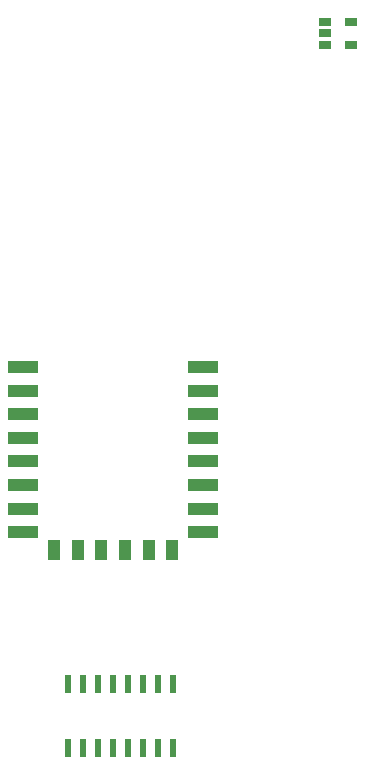
<source format=gbr>
G04 #@! TF.GenerationSoftware,KiCad,Pcbnew,5.0.2-bee76a0~70~ubuntu16.04.1*
G04 #@! TF.CreationDate,2019-08-25T13:18:03+02:00*
G04 #@! TF.ProjectId,connected_garden_pcb,636f6e6e-6563-4746-9564-5f6761726465,rev?*
G04 #@! TF.SameCoordinates,Original*
G04 #@! TF.FileFunction,Paste,Top*
G04 #@! TF.FilePolarity,Positive*
%FSLAX46Y46*%
G04 Gerber Fmt 4.6, Leading zero omitted, Abs format (unit mm)*
G04 Created by KiCad (PCBNEW 5.0.2-bee76a0~70~ubuntu16.04.1) date dim. 25 août 2019 13:18:03 CEST*
%MOMM*%
%LPD*%
G01*
G04 APERTURE LIST*
%ADD10R,0.600000X1.500000*%
%ADD11R,1.060000X0.650000*%
%ADD12R,2.500000X1.000000*%
%ADD13R,1.000000X1.800000*%
G04 APERTURE END LIST*
D10*
G04 #@! TO.C,U2*
X36830000Y-78265000D03*
X38100000Y-78265000D03*
X39370000Y-78265000D03*
X40640000Y-78265000D03*
X41910000Y-78265000D03*
X43180000Y-78265000D03*
X44450000Y-78265000D03*
X45720000Y-78265000D03*
X45720000Y-72865000D03*
X44450000Y-72865000D03*
X43180000Y-72865000D03*
X41910000Y-72865000D03*
X40640000Y-72865000D03*
X39370000Y-72865000D03*
X38100000Y-72865000D03*
X36830000Y-72865000D03*
G04 #@! TD*
D11*
G04 #@! TO.C,U3*
X58590000Y-16830000D03*
X58590000Y-17780000D03*
X58590000Y-18730000D03*
X60790000Y-18730000D03*
X60790000Y-16830000D03*
G04 #@! TD*
D12*
G04 #@! TO.C,U5*
X33040000Y-46030000D03*
X33040000Y-48030000D03*
X33040000Y-50030000D03*
X33040000Y-52030000D03*
X33040000Y-54030000D03*
X33040000Y-56030000D03*
X33040000Y-58030000D03*
X33040000Y-60030000D03*
D13*
X35640000Y-61530000D03*
X37640000Y-61530000D03*
X39640000Y-61530000D03*
X41640000Y-61530000D03*
X43640000Y-61530000D03*
X45640000Y-61530000D03*
D12*
X48240000Y-60030000D03*
X48240000Y-58030000D03*
X48240000Y-56030000D03*
X48240000Y-54030000D03*
X48240000Y-52030000D03*
X48240000Y-50030000D03*
X48240000Y-48030000D03*
X48240000Y-46030000D03*
G04 #@! TD*
M02*

</source>
